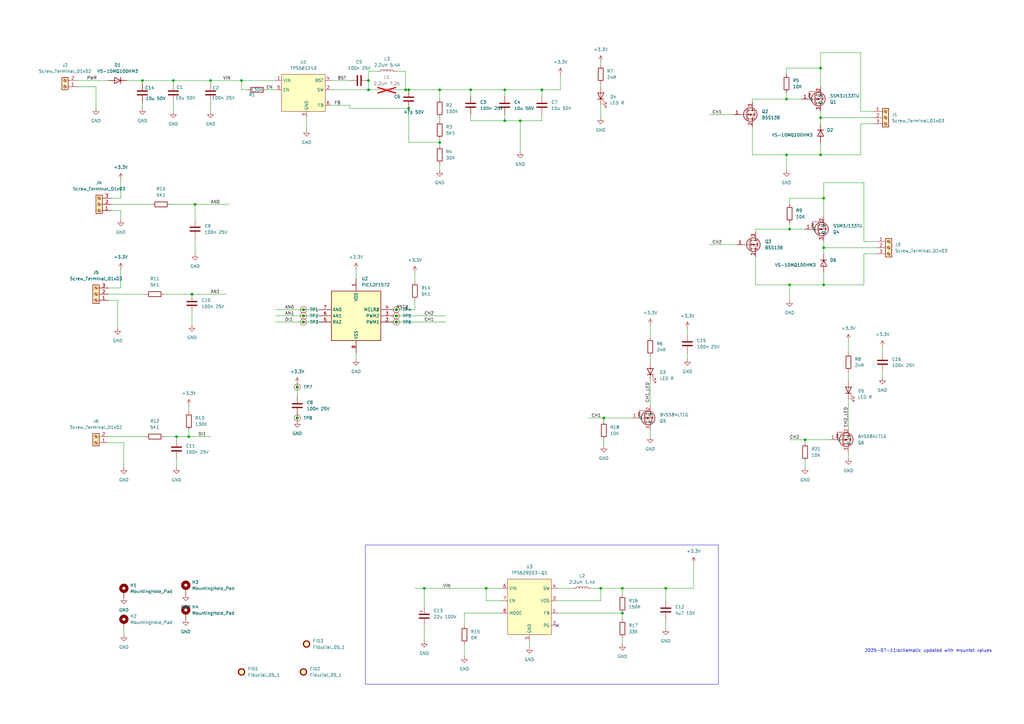
<source format=kicad_sch>
(kicad_sch (version 20231120) (generator "eeschema") (generator_version "8.0")
  (paper "A3")
  (junction (at 124.46 129.54))
  (junction (at 124.46 132.08))
  (junction (at 173.99 241.3))
  (junction (at 322.58 40.64))
  (junction (at 207.01 49.53))
  (junction (at 78.74 120.65))
  (junction (at 80.01 83.82))
  (junction (at 336.55 63.5))
  (junction (at 121.92 158.75))
  (junction (at 99.06 33.02))
  (junction (at 336.55 27.94))
  (junction (at 58.42 33.02))
  (junction (at 72.39 179.07))
  (junction (at 180.34 58.42))
  (junction (at 213.36 49.53))
  (junction (at 273.05 241.3))
  (junction (at 337.82 81.28))
  (junction (at 323.85 116.84))
  (junction (at 71.12 33.02))
  (junction (at 337.82 101.6))
  (junction (at 167.64 44.45))
  (junction (at 77.47 179.07))
  (junction (at 151.13 36.83))
  (junction (at 322.58 63.5))
  (junction (at 199.39 241.3))
  (junction (at 255.27 251.46))
  (junction (at 151.13 33.02))
  (junction (at 180.34 36.83))
  (junction (at 207.01 36.83))
  (junction (at 246.38 241.3))
  (junction (at 124.46 127))
  (junction (at 247.65 171.45))
  (junction (at 121.92 171.45))
  (junction (at 222.25 36.83))
  (junction (at 323.85 93.98))
  (junction (at 167.64 36.83))
  (junction (at 162.56 129.54))
  (junction (at 336.55 48.26))
  (junction (at 255.27 241.3))
  (junction (at 86.36 33.02))
  (junction (at 162.56 127))
  (junction (at 337.82 116.84))
  (junction (at 193.04 36.83))
  (junction (at 166.37 36.83))
  (junction (at 162.56 132.08))
  (junction (at 330.2 180.34))
  (no_connect (at 228.6 256.54))
  (wire (pts (xy 67.31 120.65) (xy 78.74 120.65)))
  (wire (pts (xy 337.82 74.93) (xy 354.33 74.93)))
  (wire (pts (xy 228.6 241.3) (xy 234.95 241.3)))
  (wire (pts (xy 161.29 127) (xy 162.56 127)))
  (wire (pts (xy 213.36 49.53) (xy 222.25 49.53)))
  (wire (pts (xy 281.94 144.78) (xy 281.94 147.32)))
  (wire (pts (xy 242.57 241.3) (xy 246.38 241.3)))
  (wire (pts (xy 359.41 99.06) (xy 354.33 99.06)))
  (wire (pts (xy 80.01 97.79) (xy 80.01 104.14)))
  (wire (pts (xy 222.25 46.99) (xy 222.25 49.53)))
  (wire (pts (xy 358.14 50.8) (xy 353.06 50.8)))
  (wire (pts (xy 151.13 29.21) (xy 154.94 29.21)))
  (wire (pts (xy 205.74 251.46) (xy 190.5 251.46)))
  (wire (pts (xy 180.34 58.42) (xy 180.34 59.69)))
  (wire (pts (xy 322.58 27.94) (xy 322.58 30.48)))
  (wire (pts (xy 266.7 146.05) (xy 266.7 148.59)))
  (wire (pts (xy 247.65 180.34) (xy 247.65 182.88)))
  (wire (pts (xy 77.47 166.37) (xy 77.47 168.91)))
  (wire (pts (xy 77.47 179.07) (xy 77.47 176.53)))
  (wire (pts (xy 170.18 123.19) (xy 170.18 127)))
  (wire (pts (xy 124.46 129.54) (xy 130.81 129.54)))
  (wire (pts (xy 336.55 48.26) (xy 336.55 50.8)))
  (wire (pts (xy 180.34 48.26) (xy 180.34 49.53)))
  (wire (pts (xy 49.53 110.49) (xy 49.53 118.11)))
  (wire (pts (xy 336.55 63.5) (xy 353.06 63.5)))
  (wire (pts (xy 190.5 251.46) (xy 190.5 256.54)))
  (wire (pts (xy 31.75 35.56) (xy 39.37 35.56)))
  (wire (pts (xy 193.04 49.53) (xy 207.01 49.53)))
  (wire (pts (xy 205.74 246.38) (xy 199.39 246.38)))
  (wire (pts (xy 199.39 241.3) (xy 205.74 241.3)))
  (wire (pts (xy 143.51 44.45) (xy 167.64 44.45)))
  (wire (pts (xy 246.38 43.18) (xy 246.38 48.26)))
  (wire (pts (xy 337.82 81.28) (xy 323.85 81.28)))
  (wire (pts (xy 246.38 25.4) (xy 246.38 26.67)))
  (wire (pts (xy 50.8 257.81) (xy 50.8 260.35)))
  (wire (pts (xy 125.73 48.26) (xy 125.73 53.34)))
  (wire (pts (xy 347.98 152.4) (xy 347.98 156.21)))
  (wire (pts (xy 71.12 33.02) (xy 71.12 34.29)))
  (wire (pts (xy 173.99 241.3) (xy 173.99 248.92)))
  (wire (pts (xy 86.36 33.02) (xy 99.06 33.02)))
  (wire (pts (xy 146.05 144.78) (xy 146.05 147.32)))
  (wire (pts (xy 170.18 241.3) (xy 173.99 241.3)))
  (wire (pts (xy 323.85 93.98) (xy 309.88 93.98)))
  (wire (pts (xy 71.12 33.02) (xy 86.36 33.02)))
  (wire (pts (xy 228.6 246.38) (xy 246.38 246.38)))
  (wire (pts (xy 45.72 83.82) (xy 62.23 83.82)))
  (wire (pts (xy 336.55 45.72) (xy 336.55 48.26)))
  (wire (pts (xy 323.85 116.84) (xy 337.82 116.84)))
  (wire (pts (xy 266.7 156.21) (xy 266.7 166.37)))
  (wire (pts (xy 290.83 100.33) (xy 302.26 100.33)))
  (wire (pts (xy 44.45 181.61) (xy 50.8 181.61)))
  (wire (pts (xy 44.45 120.65) (xy 59.69 120.65)))
  (wire (pts (xy 336.55 27.94) (xy 336.55 35.56)))
  (wire (pts (xy 222.25 36.83) (xy 229.87 36.83)))
  (wire (pts (xy 39.37 35.56) (xy 39.37 44.45)))
  (wire (pts (xy 354.33 99.06) (xy 354.33 74.93)))
  (wire (pts (xy 337.82 99.06) (xy 337.82 101.6)))
  (wire (pts (xy 229.87 30.48) (xy 229.87 36.83)))
  (wire (pts (xy 213.36 49.53) (xy 213.36 62.23)))
  (wire (pts (xy 52.07 33.02) (xy 58.42 33.02)))
  (wire (pts (xy 124.46 132.08) (xy 130.81 132.08)))
  (wire (pts (xy 247.65 171.45) (xy 247.65 172.72)))
  (wire (pts (xy 45.72 86.36) (xy 49.53 86.36)))
  (wire (pts (xy 77.47 179.07) (xy 86.36 179.07)))
  (wire (pts (xy 161.29 132.08) (xy 162.56 132.08)))
  (wire (pts (xy 361.95 142.24) (xy 361.95 144.78)))
  (wire (pts (xy 44.45 118.11) (xy 49.53 118.11)))
  (wire (pts (xy 162.56 36.83) (xy 166.37 36.83)))
  (wire (pts (xy 207.01 39.37) (xy 207.01 36.83)))
  (wire (pts (xy 173.99 241.3) (xy 199.39 241.3)))
  (wire (pts (xy 166.37 29.21) (xy 166.37 36.83)))
  (wire (pts (xy 207.01 49.53) (xy 213.36 49.53)))
  (wire (pts (xy 228.6 251.46) (xy 255.27 251.46)))
  (wire (pts (xy 72.39 187.96) (xy 72.39 191.77)))
  (wire (pts (xy 273.05 254) (xy 273.05 257.81)))
  (wire (pts (xy 135.89 33.02) (xy 143.51 33.02)))
  (wire (pts (xy 322.58 40.64) (xy 328.93 40.64)))
  (wire (pts (xy 309.88 116.84) (xy 323.85 116.84)))
  (wire (pts (xy 336.55 48.26) (xy 358.14 48.26)))
  (wire (pts (xy 359.41 104.14) (xy 354.33 104.14)))
  (wire (pts (xy 309.88 105.41) (xy 309.88 116.84)))
  (wire (pts (xy 193.04 36.83) (xy 207.01 36.83)))
  (wire (pts (xy 255.27 251.46) (xy 255.27 254)))
  (wire (pts (xy 323.85 180.34) (xy 330.2 180.34)))
  (wire (pts (xy 193.04 46.99) (xy 193.04 49.53)))
  (wire (pts (xy 358.14 45.72) (xy 353.06 45.72)))
  (wire (pts (xy 323.85 93.98) (xy 330.2 93.98)))
  (wire (pts (xy 135.89 43.18) (xy 143.51 43.18)))
  (wire (pts (xy 161.29 129.54) (xy 162.56 129.54)))
  (wire (pts (xy 330.2 189.23) (xy 330.2 191.77)))
  (wire (pts (xy 266.7 133.35) (xy 266.7 138.43)))
  (wire (pts (xy 309.88 93.98) (xy 309.88 95.25)))
  (wire (pts (xy 162.56 132.08) (xy 182.88 132.08)))
  (wire (pts (xy 322.58 38.1) (xy 322.58 40.64)))
  (wire (pts (xy 167.64 58.42) (xy 180.34 58.42)))
  (wire (pts (xy 180.34 36.83) (xy 180.34 40.64)))
  (wire (pts (xy 151.13 33.02) (xy 151.13 36.83)))
  (wire (pts (xy 48.26 123.19) (xy 48.26 134.62)))
  (wire (pts (xy 246.38 246.38) (xy 246.38 241.3)))
  (wire (pts (xy 347.98 163.83) (xy 347.98 175.26)))
  (wire (pts (xy 354.33 104.14) (xy 354.33 116.84)))
  (wire (pts (xy 58.42 33.02) (xy 58.42 34.29)))
  (wire (pts (xy 86.36 41.91) (xy 86.36 45.72)))
  (wire (pts (xy 166.37 36.83) (xy 167.64 36.83)))
  (wire (pts (xy 290.83 46.99) (xy 300.99 46.99)))
  (wire (pts (xy 151.13 36.83) (xy 154.94 36.83)))
  (wire (pts (xy 347.98 139.7) (xy 347.98 144.78)))
  (wire (pts (xy 44.45 179.07) (xy 59.69 179.07)))
  (wire (pts (xy 337.82 74.93) (xy 337.82 81.28)))
  (wire (pts (xy 281.94 134.62) (xy 281.94 137.16)))
  (wire (pts (xy 113.03 36.83) (xy 109.22 36.83)))
  (wire (pts (xy 308.61 40.64) (xy 308.61 41.91)))
  (wire (pts (xy 222.25 36.83) (xy 222.25 39.37)))
  (wire (pts (xy 241.3 171.45) (xy 247.65 171.45)))
  (wire (pts (xy 330.2 180.34) (xy 330.2 181.61)))
  (wire (pts (xy 99.06 33.02) (xy 99.06 36.83)))
  (wire (pts (xy 167.64 44.45) (xy 167.64 58.42)))
  (wire (pts (xy 255.27 241.3) (xy 273.05 241.3)))
  (wire (pts (xy 101.6 36.83) (xy 99.06 36.83)))
  (wire (pts (xy 69.85 83.82) (xy 80.01 83.82)))
  (wire (pts (xy 337.82 101.6) (xy 337.82 104.14)))
  (wire (pts (xy 121.92 171.45) (xy 121.92 172.72)))
  (wire (pts (xy 167.64 36.83) (xy 180.34 36.83)))
  (wire (pts (xy 121.92 157.48) (xy 121.92 158.75)))
  (wire (pts (xy 121.92 158.75) (xy 121.92 162.56)))
  (wire (pts (xy 124.46 127) (xy 130.81 127)))
  (wire (pts (xy 180.34 67.31) (xy 180.34 69.85)))
  (wire (pts (xy 121.92 170.18) (xy 121.92 171.45)))
  (wire (pts (xy 337.82 111.76) (xy 337.82 116.84)))
  (wire (pts (xy 353.06 45.72) (xy 353.06 21.59)))
  (wire (pts (xy 207.01 36.83) (xy 222.25 36.83)))
  (wire (pts (xy 246.38 241.3) (xy 255.27 241.3)))
  (wire (pts (xy 80.01 83.82) (xy 93.98 83.82)))
  (wire (pts (xy 255.27 241.3) (xy 255.27 243.84)))
  (wire (pts (xy 337.82 116.84) (xy 354.33 116.84)))
  (wire (pts (xy 323.85 116.84) (xy 323.85 123.19)))
  (wire (pts (xy 44.45 123.19) (xy 48.26 123.19)))
  (wire (pts (xy 67.31 179.07) (xy 72.39 179.07)))
  (wire (pts (xy 49.53 86.36) (xy 49.53 90.17)))
  (wire (pts (xy 113.03 127) (xy 124.46 127)))
  (wire (pts (xy 180.34 57.15) (xy 180.34 58.42)))
  (wire (pts (xy 336.55 27.94) (xy 322.58 27.94)))
  (wire (pts (xy 322.58 40.64) (xy 308.61 40.64)))
  (wire (pts (xy 217.17 262.89) (xy 217.17 265.43)))
  (wire (pts (xy 162.56 29.21) (xy 166.37 29.21)))
  (wire (pts (xy 337.82 101.6) (xy 359.41 101.6)))
  (wire (pts (xy 273.05 241.3) (xy 273.05 246.38)))
  (wire (pts (xy 173.99 256.54) (xy 173.99 262.89)))
  (wire (pts (xy 207.01 46.99) (xy 207.01 49.53)))
  (wire (pts (xy 135.89 36.83) (xy 151.13 36.83)))
  (wire (pts (xy 50.8 181.61) (xy 50.8 191.77)))
  (wire (pts (xy 170.18 115.57) (xy 170.18 111.76)))
  (wire (pts (xy 255.27 261.62) (xy 255.27 264.16)))
  (wire (pts (xy 151.13 33.02) (xy 151.13 29.21)))
  (wire (pts (xy 308.61 63.5) (xy 322.58 63.5)))
  (wire (pts (xy 146.05 110.49) (xy 146.05 114.3)))
  (wire (pts (xy 31.75 33.02) (xy 44.45 33.02)))
  (wire (pts (xy 78.74 128.27) (xy 78.74 133.35)))
  (wire (pts (xy 337.82 81.28) (xy 337.82 88.9)))
  (wire (pts (xy 347.98 185.42) (xy 347.98 187.96)))
  (wire (pts (xy 322.58 63.5) (xy 322.58 69.85)))
  (wire (pts (xy 162.56 129.54) (xy 182.88 129.54)))
  (wire (pts (xy 71.12 41.91) (xy 71.12 45.72)))
  (wire (pts (xy 322.58 63.5) (xy 336.55 63.5)))
  (wire (pts (xy 86.36 33.02) (xy 86.36 34.29)))
  (wire (pts (xy 180.34 36.83) (xy 193.04 36.83)))
  (wire (pts (xy 308.61 52.07) (xy 308.61 63.5)))
  (wire (pts (xy 58.42 41.91) (xy 58.42 44.45)))
  (wire (pts (xy 80.01 83.82) (xy 80.01 90.17)))
  (wire (pts (xy 266.7 176.53) (xy 266.7 179.07)))
  (wire (pts (xy 72.39 179.07) (xy 72.39 180.34)))
  (wire (pts (xy 273.05 241.3) (xy 284.48 241.3)))
  (wire (pts (xy 330.2 180.34) (xy 340.36 180.34)))
  (wire (pts (xy 190.5 264.16) (xy 190.5 269.24)))
  (wire (pts (xy 72.39 179.07) (xy 77.47 179.07)))
  (wire (pts (xy 361.95 152.4) (xy 361.95 154.94)))
  (wire (pts (xy 99.06 33.02) (xy 113.03 33.02)))
  (wire (pts (xy 247.65 171.45) (xy 259.08 171.45)))
  (wire (pts (xy 336.55 21.59) (xy 336.55 27.94)))
  (wire (pts (xy 336.55 21.59) (xy 353.06 21.59)))
  (wire (pts (xy 58.42 33.02) (xy 71.12 33.02)))
  (wire (pts (xy 353.06 50.8) (xy 353.06 63.5)))
  (wire (pts (xy 78.74 120.65) (xy 92.71 120.65)))
  (wire (pts (xy 246.38 34.29) (xy 246.38 35.56)))
  (wire (pts (xy 284.48 231.14) (xy 284.48 241.3)))
  (wire (pts (xy 45.72 81.28) (xy 49.53 81.28)))
  (wire (pts (xy 143.51 43.18) (xy 143.51 44.45)))
  (wire (pts (xy 49.53 73.66) (xy 49.53 81.28)))
  (wire (pts (xy 113.03 129.54) (xy 124.46 129.54)))
  (wire (pts (xy 199.39 241.3) (xy 199.39 246.38)))
  (wire (pts (xy 193.04 36.83) (xy 193.04 39.37)))
  (wire (pts (xy 113.03 132.08) (xy 124.46 132.08)))
  (wire (pts (xy 323.85 81.28) (xy 323.85 83.82)))
  (wire (pts (xy 162.56 127) (xy 170.18 127)))
  (wire (pts (xy 336.55 58.42) (xy 336.55 63.5)))
  (wire (pts (xy 323.85 91.44) (xy 323.85 93.98)))
  (rectangle (start 149.86 223.52) (end 294.64 280.67))
  (text "2025-07-11:schamatic updated with mountet values" (at 380.746 266.954 0) (effects (font (size 1.27 1.27))))
  (label "CH2_LED" (at 347.98 175.26 90))
  (label "AN0" (at 86.36 83.82 0))
  (label "PWR" (at 35.56 33.02 0))
  (label "CH2" (at 292.1 100.33 0))
  (label "AN1" (at 116.84 129.54 0))
  (label "CH1" (at 173.99 132.08 0))
  (label "FB" (at 137.16 43.18 0))
  (label "CH2" (at 323.85 180.34 0))
  (label "EN" (at 109.22 36.83 0))
  (label "CH2" (at 173.99 129.54 0))
  (label "CH1" (at 292.1 46.99 0))
  (label "BST" (at 138.43 33.02 0))
  (label "DI1" (at 81.28 179.07 0))
  (label "VIN" (at 181.61 241.3 0))
  (label "CH1_LED" (at 266.7 165.1 90))
  (label "AN0" (at 116.84 127 0))
  (label "DI1" (at 116.84 132.08 0))
  (label "VIN" (at 91.44 33.02 0))
  (label "CH1" (at 242.57 171.45 0))
  (label "AN1" (at 86.36 120.65 0))
  (label "RST#" (at 162.56 127 0))
  (symbol (lib_id "bt_diodes:VS-10MQ100HM3") (at 337.82 107.95 270) (unit 1)
    (property "Reference" "D6" (at 340.36 106.6799 90) (effects (justify left)))
    (property "Value" "VS-10MQ100HM3" (at 317.754 108.712 90) (effects (justify left)))
    (property "Footprint" "Diode_SMD:D_SMA" (effects (hide yes)))
    (property "Datasheet" "https://www.vishay.com/docs/94836/vs-10mq100hm3.pdf" (effects (hide yes)))
    (property "Description" "100V 1A standard switching diode, SMA" (effects (hide yes)))
    (property "Sim.Device" "D" (effects (hide yes)))
    (property "Sim.Pins" "1=K 2=A" (effects (hide yes)))
    (property "MPN" "VS-10MQ100HM3/5AT" (effects (hide yes)))
    (property "CPN" "BT00027-00001" (effects (hide yes)))
    (property "SMD" "y" (effects (hide yes)))
  )
  (symbol (lib_id "power:GND") (at 78.74 133.35 0) (unit 1)
    (property "Reference" "#PWR024" (effects (hide yes)))
    (property "Value" "GND" (at 78.74 138.43 0))
    (property "Description" "Power symbol creates a global label with name \"GND\" , ground" (effects (hide yes)))
  )
  (symbol (lib_id "bt_capacitor:C;E;22u;10p;100V;S;8x10.5") (at 173.99 252.73 0) (unit 1) (in_bom no) (on_board no)
    (property "Reference" "C13" (at 177.8 250.4411 0) (effects (justify left)))
    (property "Value" "22u 100V" (at 177.8 252.9811 0) (effects (justify left)))
    (property "Footprint" "Capacitor_SMD:CP_Elec_8x10.5" (effects (hide yes)))
    (property "Description" "Capacitor" (effects (hide yes)))
    (property "MPN" "WE 865060853003" (effects (hide yes)))
    (property "CPN" "BT00019-060220" (effects (hide yes)))
  )
  (symbol (lib_id "power:GND") (at 146.05 147.32 0) (unit 1)
    (property "Reference" "#PWR017" (effects (hide yes)))
    (property "Value" "GND" (at 146.05 152.4 0))
    (property "Description" "Power symbol creates a global label with name \"GND\" , ground" (effects (hide yes)))
  )
  (symbol (lib_id "bt_resistors:R;G;150K;10P0;S;0603") (at 255.27 247.65 0) (unit 1) (in_bom no) (on_board no)
    (property "Reference" "R16" (at 257.81 246.3799 0) (effects (justify left)))
    (property "Value" "150K" (at 257.81 248.9199 0) (effects (justify left)))
    (property "Footprint" "Resistor_SMD:R_0603_1608Metric" (effects (hide yes)))
    (property "Description" "Resistor" (effects (hide yes)))
    (property "MPN" "R;G;T1;S;P0603;NA" (effects (hide yes)))
    (property "CPN" "BT00002-31500" (effects (hide yes)))
  )
  (symbol (lib_id "bt_capacitor:C;M;4u7;10p;10V;S;0603") (at 273.05 250.19 0) (unit 1) (on_board no)
    (property "Reference" "C12" (at 276.86 248.9199 0) (effects (justify left)))
    (property "Value" "4u7 10V" (at 276.86 251.4599 0) (effects (justify left)))
    (property "Footprint" "Capacitor_SMD:C_0603_1608Metric" (effects (hide yes)))
    (property "Description" "Capacitor" (effects (hide yes)))
    (property "MPN" "C;C;T1;S;P0603;NA" (effects (hide yes)))
    (property "CPN" "BT00010-060047" (effects (hide yes)))
  )
  (symbol (lib_id "power:GND") (at 247.65 182.88 0) (unit 1)
    (property "Reference" "#PWR039" (effects (hide yes)))
    (property "Value" "GND" (at 247.65 187.96 0))
    (property "Description" "Power symbol creates a global label with name \"GND\" , ground" (effects (hide yes)))
  )
  (symbol (lib_id "bt_capacitor:C;M;100n;10p;25V;S;0603") (at 281.94 140.97 180) (unit 1)
    (property "Reference" "C15" (at 285.75 139.6999 0) (effects (justify right)))
    (property "Value" "100n 25V" (at 285.75 142.2399 0) (effects (justify right)))
    (property "Footprint" "Capacitor_SMD:C_0603_1608Metric" (effects (hide yes)))
    (property "Description" "Capacitor" (effects (hide yes)))
    (property "MPN" "C;M;100n;10p;25V;S;0603" (effects (hide yes)))
    (property "CPN" "BT00008-091000" (effects (hide yes)))
  )
  (symbol (lib_id "power:GND") (at 273.05 257.81 0) (unit 1) (in_bom no) (on_board no)
    (property "Reference" "#PWR036" (effects (hide yes)))
    (property "Value" "GND" (at 273.05 262.89 0))
    (property "Description" "Power symbol creates a global label with name \"GND\" , ground" (effects (hide yes)))
  )
  (symbol (lib_id "bt_capacitor:C;M;100n;10p;25V;S;0603") (at 72.39 184.15 180) (unit 1)
    (property "Reference" "C11" (at 76.2 182.8799 0) (effects (justify right)))
    (property "Value" "100n 25V" (at 76.2 185.4199 0) (effects (justify right)))
    (property "Footprint" "Capacitor_SMD:C_0603_1608Metric" (effects (hide yes)))
    (property "Description" "Capacitor" (effects (hide yes)))
    (property "MPN" "C;M;100n;10p;25V;S;0603" (effects (hide yes)))
    (property "CPN" "BT00008-091000" (effects (hide yes)))
  )
  (symbol (lib_id "bt_power:TPS561243DRLR") (at 115.57 30.48 0) (unit 1)
    (property "Reference" "U1" (at 124.46 25.4 0))
    (property "Value" "TPS561243" (at 124.46 27.94 0))
    (property "Footprint" "Package_TO_SOT_SMD:SOT-563" (effects (hide yes)))
    (property "Datasheet" "https://www.ti.com/lit/ds/symlink/tps561243.pdf?ts=1749453209203" (effects (hide yes)))
    (property "Description" "4.2V to 17V Input, 1A, Synchronous Buck Converter" (effects (hide yes)))
    (property "CPN" "BT03010-00001" (effects (hide yes)))
    (property "MPN" "TPS561243DRLR" (effects (hide yes)))
    (property "SMD" "y" (effects (hide yes)))
  )
  (symbol (lib_id "bt_misc:TestPoint_THD") (at 124.46 129.54 0) (unit 1)
    (property "Reference" "TP2" (at 127 129.5399 0) (effects (justify left)))
    (property "Value" "TestPoint" (effects (hide yes)))
    (property "Footprint" "TestPoint:TestPoint_THTPad_D1.0mm_Drill0.5mm" (effects (hide yes)))
    (property "Description" "test point" (effects (hide yes)))
  )
  (symbol (lib_id "bt_resistors:R;G;10K;10P0;S;0603") (at 323.85 87.63 0) (unit 1)
    (property "Reference" "R9" (at 326.39 86.3599 0) (effects (justify left)))
    (property "Value" "10K" (at 326.39 88.8999 0) (effects (justify left)))
    (property "Footprint" "Resistor_SMD:R_0603_1608Metric" (effects (hide yes)))
    (property "Description" "Resistor" (effects (hide yes)))
    (property "MPN" "R;G;10K;10P0;S;0603" (effects (hide yes)))
    (property "CPN" "BT00002-30100" (effects (hide yes)))
  )
  (symbol (lib_id "bt_opto:D;LED;R;2V;25mA") (at 246.38 39.37 90) (unit 1)
    (property "Reference" "D4" (at 250.19 39.6874 90) (effects (justify right)))
    (property "Value" "LED R" (at 250.19 42.2274 90) (effects (justify right)))
    (property "Footprint" "LED_SMD:LED_0603_1608Metric" (effects (hide yes)))
    (property "Description" "Light emitting diode" (effects (hide yes)))
    (property "CPN" "BT13001-00001" (effects (hide yes)))
    (property "MPN" "D;LED;R;3V;25mA" (effects (hide yes)))
    (property "SMT" "y" (effects (hide yes)))
  )
  (symbol (lib_id "power:GND") (at 255.27 264.16 0) (unit 1) (in_bom no) (on_board no)
    (property "Reference" "#PWR035" (effects (hide yes)))
    (property "Value" "GND" (at 255.27 269.24 0))
    (property "Description" "Power symbol creates a global label with name \"GND\" , ground" (effects (hide yes)))
  )
  (symbol (lib_id "power:GND") (at 50.8 245.11 0) (unit 1)
    (property "Reference" "#PWR028" (effects (hide yes)))
    (property "Value" "GND" (at 50.8 250.19 0))
    (property "Description" "Power symbol creates a global label with name \"GND\" , ground" (effects (hide yes)))
  )
  (symbol (lib_id "bt_resistors:R;G;33K;10P0;S;0603") (at 255.27 257.81 0) (unit 1) (in_bom no) (on_board no)
    (property "Reference" "R17" (at 257.81 256.5399 0) (effects (justify left)))
    (property "Value" "33K" (at 257.81 259.0799 0) (effects (justify left)))
    (property "Footprint" "Resistor_SMD:R_0603_1608Metric" (effects (hide yes)))
    (property "Description" "Resistor" (effects (hide yes)))
    (property "MPN" "R;G;T1;S;P0603;NA" (effects (hide yes)))
    (property "CPN" "BT00002-30330" (effects (hide yes)))
  )
  (symbol (lib_id "Mechanical:MountingHole_Pad") (at 50.8 255.27 0) (unit 1) (exclude_from_sim yes) (in_bom no)
    (property "Reference" "H2" (at 53.34 252.7299 0) (effects (justify left)))
    (property "Value" "MountingHole_Pad" (at 53.34 255.2699 0) (effects (justify left)))
    (property "Footprint" "MountingHole:MountingHole_2.2mm_M2_DIN965_Pad_TopBottom" (effects (hide yes)))
    (property "Description" "Mounting Hole with connection" (effects (hide yes)))
  )
  (symbol (lib_id "power:GND") (at 50.8 191.77 0) (unit 1)
    (property "Reference" "#PWR020" (effects (hide yes)))
    (property "Value" "GND" (at 50.8 196.85 0))
    (property "Description" "Power symbol creates a global label with name \"GND\" , ground" (effects (hide yes)))
  )
  (symbol (lib_id "bt_diodes:VS-10MQ100HM3") (at 48.26 33.02 180) (unit 1)
    (property "Reference" "D1" (at 48.26 26.67 0))
    (property "Value" "VS-10MQ100HM3" (at 48.26 29.21 0))
    (property "Footprint" "Diode_SMD:D_SMA" (effects (hide yes)))
    (property "Datasheet" "https://www.vishay.com/docs/94836/vs-10mq100hm3.pdf" (effects (hide yes)))
    (property "Description" "100V 1A standard switching diode, SMA" (effects (hide yes)))
    (property "Sim.Device" "D" (effects (hide yes)))
    (property "Sim.Pins" "1=K 2=A" (effects (hide yes)))
    (property "MPN" "VS-10MQ100HM3/5AT" (effects (hide yes)))
    (property "CPN" "BT00027-00001" (effects (hide yes)))
    (property "SMD" "y" (effects (hide yes)))
  )
  (symbol (lib_id "bt_capacitor:C;M;100n;10p;25V;S;0603") (at 147.32 33.02 90) (unit 1)
    (property "Reference" "C5" (at 147.32 25.4 90))
    (property "Value" "100n 25V" (at 147.32 27.94 90))
    (property "Footprint" "Capacitor_SMD:C_0603_1608Metric" (effects (hide yes)))
    (property "Description" "Capacitor" (effects (hide yes)))
    (property "MPN" "C;M;100n;10p;25V;S;0603" (effects (hide yes)))
    (property "CPN" "BT00008-091000" (effects (hide yes)))
  )
  (symbol (lib_id "power:GND") (at 361.95 154.94 0) (unit 1)
    (property "Reference" "#PWR046" (effects (hide yes)))
    (property "Value" "GND" (at 361.95 160.02 0))
    (property "Description" "Power symbol creates a global label with name \"GND\" , ground" (effects (hide yes)))
  )
  (symbol (lib_id "bt_transistor:T;Mn;BSS138;SOT23") (at 307.34 100.33 0) (unit 1)
    (property "Reference" "Q3" (at 313.69 99.0599 0) (effects (justify left)))
    (property "Value" "BSS138" (at 313.69 101.5999 0) (effects (justify left)))
    (property "Footprint" "Package_TO_SOT_SMD:SOT-23" (effects (hide yes)))
    (property "Datasheet" "https://www.onsemi.com/pub/Collateral/BSS138-D.PDF" (effects (hide yes)))
    (property "Description" "50V Vds, 0.22A Id, N-Channel MOSFET, SOT-23" (effects (hide yes)))
    (property "CPN" "BT060001-0001" (effects (hide yes)))
    (property "MPN" "BSS138" (effects (hide yes)))
    (property "SMD" "y" (effects (hide yes)))
  )
  (symbol (lib_id "power:GND") (at 76.2 254 0) (unit 1)
    (property "Reference" "#PWR030" (effects (hide yes)))
    (property "Value" "GND" (at 76.2 259.08 0))
    (property "Description" "Power symbol creates a global label with name \"GND\" , ground" (effects (hide yes)))
  )
  (symbol (lib_id "power:GND") (at 49.53 90.17 0) (unit 1)
    (property "Reference" "#PWR026" (effects (hide yes)))
    (property "Value" "GND" (at 49.53 95.25 0))
    (property "Description" "Power symbol creates a global label with name \"GND\" , ground" (effects (hide yes)))
  )
  (symbol (lib_id "power:GND") (at 48.26 134.62 0) (unit 1)
    (property "Reference" "#PWR025" (effects (hide yes)))
    (property "Value" "GND" (at 48.26 139.7 0))
    (property "Description" "Power symbol creates a global label with name \"GND\" , ground" (effects (hide yes)))
  )
  (symbol (lib_id "power:GND") (at 217.17 265.43 0) (unit 1) (in_bom no) (on_board no)
    (property "Reference" "#PWR034" (effects (hide yes)))
    (property "Value" "GND" (at 217.17 270.51 0))
    (property "Description" "Power symbol creates a global label with name \"GND\" , ground" (effects (hide yes)))
  )
  (symbol (lib_id "power:GND") (at 50.8 260.35 0) (unit 1)
    (property "Reference" "#PWR029" (effects (hide yes)))
    (property "Value" "GND" (at 50.8 265.43 0))
    (property "Description" "Power symbol creates a global label with name \"GND\" , ground" (effects (hide yes)))
  )
  (symbol (lib_id "power:GND") (at 180.34 69.85 0) (unit 1)
    (property "Reference" "#PWR03" (effects (hide yes)))
    (property "Value" "GND" (at 180.34 74.93 0))
    (property "Description" "Power symbol creates a global label with name \"GND\" , ground" (effects (hide yes)))
  )
  (symbol (lib_id "bt_misc:Fiducial_0.5mm_Mask1mm") (at 124.46 275.59 0) (unit 1) (exclude_from_sim yes) (in_bom no)
    (property "Reference" "FID2" (at 127 274.3199 0) (effects (justify left)))
    (property "Value" "Fiducial_05_1" (at 127 276.8599 0) (effects (justify left)))
    (property "Footprint" "Fiducial:Fiducial_0.5mm_Mask1mm" (effects (hide yes)))
    (property "Description" "Fiducial Marker" (effects (hide yes)))
  )
  (symbol (lib_id "bt_capacitor:C;M;100n;10p;25V;S;0603") (at 86.36 38.1 180) (unit 1)
    (property "Reference" "C2" (at 87.122 36.068 0) (effects (justify right)))
    (property "Value" "100n 25V" (at 86.868 40.132 0) (effects (justify right)))
    (property "Footprint" "Capacitor_SMD:C_0603_1608Metric" (effects (hide yes)))
    (property "Description" "Capacitor" (effects (hide yes)))
    (property "MPN" "C;M;100n;10p;25V;S;0603" (effects (hide yes)))
    (property "CPN" "BT00008-091000" (effects (hide yes)))
  )
  (symbol (lib_id "bt_capacitor:C;M;100n;10p;25V;S;0603") (at 80.01 93.98 180) (unit 1)
    (property "Reference" "C9" (at 83.82 92.7099 0) (effects (justify right)))
    (property "Value" "100n 25V" (at 83.82 95.2499 0) (effects (justify right)))
    (property "Footprint" "Capacitor_SMD:C_0603_1608Metric" (effects (hide yes)))
    (property "Description" "Capacitor" (effects (hide yes)))
    (property "MPN" "C;M;100n;10p;25V;S;0603" (effects (hide yes)))
    (property "CPN" "BT00008-091000" (effects (hide yes)))
  )
  (symbol (lib_id "power:+3.3V") (at 49.53 110.49 0) (unit 1)
    (property "Reference" "#PWR021" (effects (hide yes)))
    (property "Value" "+3.3V" (at 49.53 105.41 0))
    (property "Description" "Power symbol creates a global label with name \"+3.3V\"" (effects (hide yes)))
  )
  (symbol (lib_id "Connector:Screw_Terminal_01x03") (at 40.64 83.82 180) (unit 1)
    (property "Reference" "J4" (at 40.64 74.93 0))
    (property "Value" "Screw_Terminal_01x03" (at 40.64 77.47 0))
    (property "Footprint" "Connector_PinHeader_2.54mm:PinHeader_1x03_P2.54mm_Vertical" (effects (hide yes)))
    (property "Description" "Generic screw terminal, single row, 01x03, script generated (kicad-library-utils/schlib/autogen/connector/)" (effects (hide yes)))
  )
  (symbol (lib_id "Connector:Screw_Terminal_01x02") (at 39.37 181.61 180) (unit 1)
    (property "Reference" "J6" (at 39.37 172.72 0))
    (property "Value" "Screw_Terminal_01x02" (at 39.37 175.26 0))
    (property "Footprint" "Connector_PinHeader_2.54mm:PinHeader_1x02_P2.54mm_Vertical" (effects (hide yes)))
    (property "Description" "Generic screw terminal, single row, 01x02, script generated (kicad-library-utils/schlib/autogen/connector/)" (effects (hide yes)))
  )
  (symbol (lib_id "bt_misc:Fiducial_0.5mm_Mask1mm") (at 125.73 264.16 0) (unit 1) (exclude_from_sim yes) (in_bom no)
    (property "Reference" "FID3" (at 128.27 262.8899 0) (effects (justify left)))
    (property "Value" "Fiducial_05_1" (at 128.27 265.4299 0) (effects (justify left)))
    (property "Footprint" "Fiducial:Fiducial_0.5mm_Mask1mm" (effects (hide yes)))
    (property "Description" "Fiducial Marker" (effects (hide yes)))
  )
  (symbol (lib_id "Mechanical:MountingHole_Pad") (at 76.2 241.3 0) (unit 1) (exclude_from_sim yes) (in_bom no)
    (property "Reference" "H3" (at 78.74 238.7599 0) (effects (justify left)))
    (property "Value" "MountingHole_Pad" (at 78.74 241.2999 0) (effects (justify left)))
    (property "Footprint" "MountingHole:MountingHole_2.2mm_M2_DIN965_Pad_TopBottom" (effects (hide yes)))
    (property "Description" "Mounting Hole with connection" (effects (hide yes)))
  )
  (symbol (lib_id "bt_resistors:R;G;24R;10P0;S;0603") (at 246.38 30.48 0) (unit 1)
    (property "Reference" "R7" (at 248.92 29.2099 0) (effects (justify left)))
    (property "Value" "24R" (at 248.92 31.7499 0) (effects (justify left)))
    (property "Footprint" "Resistor_SMD:R_0603_1608Metric" (effects (hide yes)))
    (property "Description" "Resistor" (effects (hide yes)))
    (property "MPN" "R;G;T1;S;P0603;NA" (effects (hide yes)))
    (property "CPN" "BT00002-00240" (effects (hide yes)))
  )
  (symbol (lib_id "bt_resistors:R;G;10K;10P0;S;0603") (at 247.65 176.53 0) (unit 1)
    (property "Reference" "R18" (at 250.19 175.2599 0) (effects (justify left)))
    (property "Value" "10K" (at 250.19 177.7999 0) (effects (justify left)))
    (property "Footprint" "Resistor_SMD:R_0603_1608Metric" (effects (hide yes)))
    (property "Description" "Resistor" (effects (hide yes)))
    (property "MPN" "R;G;10K;10P0;S;0603" (effects (hide yes)))
    (property "CPN" "BT00002-30100" (effects (hide yes)))
  )
  (symbol (lib_id "power:+3.3V") (at 146.05 110.49 0) (unit 1)
    (property "Reference" "#PWR014" (effects (hide yes)))
    (property "Value" "+3.3V" (at 146.05 105.41 0))
    (property "Description" "Power symbol creates a global label with name \"+3.3V\"" (effects (hide yes)))
  )
  (symbol (lib_id "power:+3.3V") (at 121.92 157.48 0) (unit 1)
    (property "Reference" "#PWR015" (effects (hide yes)))
    (property "Value" "+3.3V" (at 121.92 152.4 0))
    (property "Description" "Power symbol creates a global label with name \"+3.3V\"" (effects (hide yes)))
  )
  (symbol (lib_id "bt_mcu:PIC12F1572") (at 135.89 119.38 0) (unit 1)
    (property "Reference" "U2" (at 148.2441 114.3 0) (effects (justify left)))
    (property "Value" "PIC12F1572" (at 148.2441 116.84 0) (effects (justify left)))
    (property "Footprint" "Package_SO:SOIC-8_3.9x4.9mm_P1.27mm" (effects (hide yes)))
    (property "Datasheet" "https://ww1.microchip.com/downloads/en/DeviceDoc/40001723D.pdf" (effects (hide yes)))
    (property "Description" "8 Bit Pic12 MCU" (effects (hide yes)))
    (property "CPN" "BT01007-00001" (effects (hide yes)))
    (property "MPN" "  PIC12F1572-I/SN" (effects (hide yes)))
    (property "SMD" "y" (effects (hide yes)))
    (pin "2" (alternate "PWM1"))
    (pin "7" (alternate "AN0"))
    (pin "6" (alternate "AN1"))
    (pin "3" (alternate "PWM2"))
    (pin "4" (alternate "MCLR#"))
  )
  (symbol (lib_id "bt_resistors:R;G;5K1;10P0;S;0603") (at 180.34 53.34 0) (unit 1)
    (property "Reference" "R3" (at 182.88 52.0699 0) (effects (justify left)))
    (property "Value" "5K1" (at 182.88 54.6099 0) (effects (justify left)))
    (property "Footprint" "Resistor_SMD:R_0603_1608Metric" (effects (hide yes)))
    (property "Description" "Resistor" (effects (hide yes)))
    (property "MPN" "R;G;5K1;S;P0603;NA" (effects (hide yes)))
    (property "CPN" "BT00002-30051" (effects (hide yes)))
  )
  (symbol (lib_id "bt_resistors:R;G;130K;10P0;S;0603") (at 77.47 172.72 0) (unit 1)
    (property "Reference" "R13" (at 80.01 171.4499 0) (effects (justify left)))
    (property "Value" "130K" (at 80.01 173.9899 0) (effects (justify left)))
    (property "Footprint" "Resistor_SMD:R_0603_1608Metric" (effects (hide yes)))
    (property "Description" "Resistor" (effects (hide yes)))
    (property "MPN" "R;G;T1;S;P0603;NA" (effects (hide yes)))
    (property "CPN" "BT00002-31300" (effects (hide yes)))
  )
  (symbol (lib_id "bt_transistor:T;Mp;BVSS84LT1G;SOT23-3") (at 347.98 180.34 0) (mirror x) (unit 1)
    (property "Reference" "Q6" (at 351.79 181.5466 0) (effects (justify left)))
    (property "Value" "BVSS84LT1G" (at 351.79 179.0066 0) (effects (justify left)))
    (property "Footprint" "Package_TO_SOT_SMD:SOT-23" (effects (hide yes)))
    (property "Datasheet" "https://www.onsemi.com/pdf/datasheet/bss84lt1-d.pdf" (effects (hide yes)))
    (property "Description" "T;Mp;BVSS84LT1G;SOT23-3" (effects (hide yes)))
    (property "CPN" "BT060005-00001" (effects (hide yes)))
    (property "MPN" "BVSS84LT1G" (effects (hide yes)))
    (property "SMD" "y" (effects (hide yes)))
  )
  (symbol (lib_id "bt_opto:D;LED;R;2V;25mA") (at 347.98 160.02 90) (unit 1)
    (property "Reference" "D5" (at 351.79 160.3374 90) (effects (justify right)))
    (property "Value" "LED R" (at 351.79 162.8774 90) (effects (justify right)))
    (property "Footprint" "LED_SMD:LED_0603_1608Metric" (effects (hide yes)))
    (property "Description" "Light emitting diode" (effects (hide yes)))
    (property "CPN" "BT13001-00001" (effects (hide yes)))
    (property "MPN" "D;LED;R;3V;25mA" (effects (hide yes)))
    (property "SMT" "y" (effects (hide yes)))
  )
  (symbol (lib_id "bt_resistors:R;G;10K;10P0;S;0603") (at 322.58 34.29 0) (unit 1)
    (property "Reference" "R5" (at 325.12 33.0199 0) (effects (justify left)))
    (property "Value" "10K" (at 325.12 35.5599 0) (effects (justify left)))
    (property "Footprint" "Resistor_SMD:R_0603_1608Metric" (effects (hide yes)))
    (property "Description" "Resistor" (effects (hide yes)))
    (property "MPN" "R;G;10K;10P0;S;0603" (effects (hide yes)))
    (property "CPN" "BT00002-30100" (effects (hide yes)))
  )
  (symbol (lib_id "power:GND") (at 213.36 62.23 0) (unit 1)
    (property "Reference" "#PWR02" (effects (hide yes)))
    (property "Value" "GND" (at 213.36 67.31 0))
    (property "Description" "Power symbol creates a global label with name \"GND\" , ground" (effects (hide yes)))
  )
  (symbol (lib_id "power:+3.3V") (at 347.98 139.7 0) (unit 1)
    (property "Reference" "#PWR012" (effects (hide yes)))
    (property "Value" "+3.3V" (at 347.98 134.62 0))
    (property "Description" "Power symbol creates a global label with name \"+3.3V\"" (effects (hide yes)))
  )
  (symbol (lib_id "Connector:Screw_Terminal_01x02") (at 26.67 35.56 180) (unit 1)
    (property "Reference" "J2" (at 26.67 26.67 0))
    (property "Value" "Screw_Terminal_01x02" (at 26.67 29.21 0))
    (property "Footprint" "Connector_PinHeader_2.54mm:PinHeader_1x02_P2.54mm_Vertical" (effects (hide yes)))
    (property "Description" "Generic screw terminal, single row, 01x02, script generated (kicad-library-utils/schlib/autogen/connector/)" (effects (hide yes)))
  )
  (symbol (lib_id "bt_diodes:VS-10MQ100HM3") (at 336.55 54.61 270) (unit 1)
    (property "Reference" "D2" (at 339.09 53.3399 90) (effects (justify left)))
    (property "Value" "VS-10MQ100HM3" (at 316.484 55.372 90) (effects (justify left)))
    (property "Footprint" "Diode_SMD:D_SMA" (effects (hide yes)))
    (property "Datasheet" "https://www.vishay.com/docs/94836/vs-10mq100hm3.pdf" (effects (hide yes)))
    (property "Description" "100V 1A standard switching diode, SMA" (effects (hide yes)))
    (property "Sim.Device" "D" (effects (hide yes)))
    (property "Sim.Pins" "1=K 2=A" (effects (hide yes)))
    (property "MPN" "VS-10MQ100HM3/5AT" (effects (hide yes)))
    (property "CPN" "BT00027-00001" (effects (hide yes)))
    (property "SMD" "y" (effects (hide yes)))
  )
  (symbol (lib_id "bt_transistor:T;Mp;BVSS84LT1G;SOT23-3") (at 266.7 171.45 0) (mirror x) (unit 1)
    (property "Reference" "Q5" (at 270.51 172.6566 0) (effects (justify left)))
    (property "Value" "BVSS84LT1G" (at 270.51 170.1166 0) (effects (justify left)))
    (property "Footprint" "Package_TO_SOT_SMD:SOT-23" (effects (hide yes)))
    (property "Datasheet" "https://www.onsemi.com/pdf/datasheet/bss84lt1-d.pdf" (effects (hide yes)))
    (property "Description" "T;Mp;BVSS84LT1G;SOT23-3" (effects (hide yes)))
    (property "CPN" "BT060005-00001" (effects (hide yes)))
    (property "MPN" "BVSS84LT1G" (effects (hide yes)))
    (property "SMD" "y" (effects (hide yes)))
  )
  (symbol (lib_id "bt_transistor:T;Mp;SSM3J133TU;SOT323F") (at 337.82 93.98 0) (mirror x) (unit 1)
    (property "Reference" "Q4" (at 341.63 95.1866 0) (effects (justify left)))
    (property "Value" "SSM3J133TU" (at 341.63 92.6466 0) (effects (justify left)))
    (property "Footprint" "Package_TO_SOT_SMD:SOT-323_SC-70" (effects (hide yes)))
    (property "Datasheet" "https://toshiba.semicon-storage.com/info/SSM3J332R_datasheet_en_20250523.pdf?did=2620&prodName=SSM3J332R" (effects (hide yes)))
    (property "Description" "T;Mp;SSM3J133TU;SOT323F" (effects (hide yes)))
    (property "CPN" "BT060004-00001" (effects (hide yes)))
    (property "MPN" "SSM3J133TU,LF" (effects (hide yes)))
    (property "SMD" "y" (effects (hide yes)))
  )
  (symbol (lib_id "power:GND") (at 190.5 269.24 0) (unit 1) (in_bom no) (on_board no)
    (property "Reference" "#PWR033" (effects (hide yes)))
    (property "Value" "GND" (at 190.5 274.32 0))
    (property "Description" "Power symbol creates a global label with name \"GND\" , ground" (effects (hide yes)))
  )
  (symbol (lib_id "power:GND") (at 323.85 123.19 0) (unit 1)
    (property "Reference" "#PWR013" (effects (hide yes)))
    (property "Value" "GND" (at 323.85 128.27 0))
    (property "Description" "Power symbol creates a global label with name \"GND\" , ground" (effects (hide yes)))
  )
  (symbol (lib_id "power:+3.3V") (at 284.48 231.14 0) (unit 1) (in_bom no) (on_board no)
    (property "Reference" "#PWR037" (effects (hide yes)))
    (property "Value" "+3.3V" (at 284.48 226.06 0))
    (property "Description" "Power symbol creates a global label with name \"+3.3V\"" (effects (hide yes)))
  )
  (symbol (lib_id "bt_misc:TestPoint_THD") (at 162.56 132.08 0) (unit 1)
    (property "Reference" "TP6" (at 165.1 132.0799 0) (effects (justify left)))
    (property "Value" "TestPoint" (effects (hide yes)))
    (property "Footprint" "TestPoint:TestPoint_THTPad_D1.0mm_Drill0.5mm" (effects (hide yes)))
    (property "Description" "test point" (effects (hide yes)))
  )
  (symbol (lib_id "bt_resistors:R;G;5K1;10P0;S;0603") (at 63.5 120.65 90) (unit 1)
    (property "Reference" "R11" (at 63.5 114.3 90))
    (property "Value" "5K1" (at 63.5 116.84 90))
    (property "Footprint" "Resistor_SMD:R_0603_1608Metric" (effects (hide yes)))
    (property "Description" "Resistor" (effects (hide yes)))
    (property "MPN" "R;G;5K1;S;P0603;NA" (effects (hide yes)))
    (property "CPN" "BT00002-30051" (effects (hide yes)))
  )
  (symbol (lib_id "bt_capacitor:C;M;100n;10p;25V;S;0603") (at 361.95 148.59 180) (unit 1)
    (property "Reference" "C16" (at 365.76 147.3199 0) (effects (justify right)))
    (property "Value" "100n 25V" (at 365.76 149.8599 0) (effects (justify right)))
    (property "Footprint" "Capacitor_SMD:C_0603_1608Metric" (effects (hide yes)))
    (property "Description" "Capacitor" (effects (hide yes)))
    (property "MPN" "C;M;100n;10p;25V;S;0603" (effects (hide yes)))
    (property "CPN" "BT00008-091000" (effects (hide yes)))
  )
  (symbol (lib_id "bt_resistors:R;G;5K1;10P0;S;0603") (at 170.18 119.38 0) (unit 1)
    (property "Reference" "R14" (at 172.72 118.1099 0) (effects (justify left)))
    (property "Value" "5K1" (at 172.72 120.6499 0) (effects (justify left)))
    (property "Footprint" "Resistor_SMD:R_0603_1608Metric" (effects (hide yes)))
    (property "Description" "Resistor" (effects (hide yes)))
    (property "MPN" "R;G;5K1;S;P0603;NA" (effects (hide yes)))
    (property "CPN" "BT00002-30051" (effects (hide yes)))
  )
  (symbol (lib_id "power:GND") (at 125.73 53.34 0) (unit 1)
    (property "Reference" "#PWR04" (effects (hide yes)))
    (property "Value" "GND" (at 125.73 58.42 0))
    (property "Description" "Power symbol creates a global label with name \"GND\" , ground" (effects (hide yes)))
  )
  (symbol (lib_id "bt_Inductors:L;2.2uH;5.4A;S;1210") (at 158.75 29.21 90) (unit 1)
    (property "Reference" "L3" (at 158.75 24.13 90))
    (property "Value" "2.2uH 5.4A" (at 158.75 26.67 90))
    (property "Footprint" "Inductor_SMD:L_1210_3225Metric" (effects (hide yes)))
    (property "Datasheet" "https://www.vishay.com/docs/34652/ihlp1210bzez-5a.pdf" (effects (hide yes)))
    (property "Description" "Inductor 2.2uH 5.4A" (effects (hide yes)))
    (property "CPN" "BT00207-02254" (effects (hide yes)))
    (property "MPN" "IHLP1210BZEZ2R2M5A" (effects (hide yes)))
  )
  (symbol (lib_id "Connector:Screw_Terminal_01x03") (at 39.37 120.65 180) (unit 1)
    (property "Reference" "J5" (at 39.37 111.76 0))
    (property "Value" "Screw_Terminal_01x03" (at 39.37 114.3 0))
    (property "Footprint" "Connector_PinHeader_2.54mm:PinHeader_1x03_P2.54mm_Vertical" (effects (hide yes)))
    (property "Description" "Generic screw terminal, single row, 01x03, script generated (kicad-library-utils/schlib/autogen/connector/)" (effects (hide yes)))
  )
  (symbol (lib_id "power:+3.3V") (at 229.87 30.48 0) (unit 1)
    (property "Reference" "#PWR01" (effects (hide yes)))
    (property "Value" "+3.3V" (at 229.87 25.4 0))
    (property "Description" "Power symbol creates a global label with name \"+3.3V\"" (effects (hide yes)))
  )
  (symbol (lib_id "power:+3.3V") (at 77.47 166.37 0) (unit 1)
    (property "Reference" "#PWR018" (effects (hide yes)))
    (property "Value" "+3.3V" (at 77.47 161.29 0))
    (property "Description" "Power symbol creates a global label with name \"+3.3V\"" (effects (hide yes)))
  )
  (symbol (lib_id "power:GND") (at 347.98 187.96 0) (unit 1)
    (property "Reference" "#PWR043" (effects (hide yes)))
    (property "Value" "GND" (at 347.98 193.04 0))
    (property "Description" "Power symbol creates a global label with name \"GND\" , ground" (effects (hide yes)))
  )
  (symbol (lib_id "power:+3.3V") (at 246.38 25.4 0) (unit 1)
    (property "Reference" "#PWR010" (effects (hide yes)))
    (property "Value" "+3.3V" (at 246.38 20.32 0))
    (property "Description" "Power symbol creates a global label with name \"+3.3V\"" (effects (hide yes)))
  )
  (symbol (lib_id "Mechanical:MountingHole_Pad") (at 50.8 242.57 0) (unit 1) (exclude_from_sim yes) (in_bom no)
    (property "Reference" "H1" (at 53.34 240.0299 0) (effects (justify left)))
    (property "Value" "MountingHole_Pad" (at 53.34 242.5699 0) (effects (justify left)))
    (property "Footprint" "MountingHole:MountingHole_2.2mm_M2_DIN965_Pad_TopBottom" (effects (hide yes)))
    (property "Description" "Mounting Hole with connection" (effects (hide yes)))
  )
  (symbol (lib_id "power:GND") (at 58.42 44.45 0) (unit 1)
    (property "Reference" "#PWR038" (effects (hide yes)))
    (property "Value" "GND" (at 58.42 49.53 0))
    (property "Description" "Power symbol creates a global label with name \"GND\" , ground" (effects (hide yes)))
  )
  (symbol (lib_id "bt_capacitor:C;M;100n;10p;25V;S;0603") (at 78.74 124.46 180) (unit 1)
    (property "Reference" "C10" (at 82.55 123.1899 0) (effects (justify right)))
    (property "Value" "100n 25V" (at 82.55 125.7299 0) (effects (justify right)))
    (property "Footprint" "Capacitor_SMD:C_0603_1608Metric" (effects (hide yes)))
    (property "Description" "Capacitor" (effects (hide yes)))
    (property "MPN" "C;M;100n;10p;25V;S;0603" (effects (hide yes)))
    (property "CPN" "BT00008-091000" (effects (hide yes)))
  )
  (symbol (lib_id "bt_capacitor:C;M;10u;10p;50V;S;0603") (at 222.25 43.18 0) (unit 1)
    (property "Reference" "C7" (at 226.06 41.9099 0) (effects (justify left)))
    (property "Value" "10u 50V" (at 226.06 44.4499 0) (effects (justify left)))
    (property "Footprint" "Capacitor_SMD:C_0603_1608Metric" (effects (hide yes)))
    (property "Description" "Capacitor" (effects (hide yes)))
    (property "MPN" "C;M;10u;10p;50V;S;0603" (effects (hide yes)))
    (property "CPN" "BT00007-060100" (effects (hide yes)))
  )
  (symbol (lib_id "power:GND") (at 86.36 45.72 0) (unit 1)
    (property "Reference" "#PWR05" (effects (hide yes)))
    (property "Value" "GND" (at 86.36 50.8 0))
    (property "Description" "Power symbol creates a global label with name \"GND\" , ground" (effects (hide yes)))
  )
  (symbol (lib_id "power:GND") (at 322.58 69.85 0) (unit 1)
    (property "Reference" "#PWR07" (effects (hide yes)))
    (property "Value" "GND" (at 322.58 74.93 0))
    (property "Description" "Power symbol creates a global label with name \"GND\" , ground" (effects (hide yes)))
  )
  (symbol (lib_id "power:+3.3V") (at 281.94 134.62 0) (unit 1)
    (property "Reference" "#PWR040" (effects (hide yes)))
    (property "Value" "+3.3V" (at 281.94 129.54 0))
    (property "Description" "Power symbol creates a global label with name \"+3.3V\"" (effects (hide yes)))
  )
  (symbol (lib_id "bt_misc:Fiducial_0.5mm_Mask1mm") (at 99.06 275.59 0) (unit 1) (exclude_from_sim yes) (in_bom no)
    (property "Reference" "FID1" (at 101.6 274.3199 0) (effects (justify left)))
    (property "Value" "Fiducial_05_1" (at 101.6 276.8599 0) (effects (justify left)))
    (property "Footprint" "Fiducial:Fiducial_0.5mm_Mask1mm" (effects (hide yes)))
    (property "Description" "Fiducial Marker" (effects (hide yes)))
  )
  (symbol (lib_id "bt_capacitor:C;M;10u;10p;50V;S;0805") (at 71.12 38.1 0) (unit 1)
    (property "Reference" "C1" (at 72.39 35.814 0) (effects (justify left)))
    (property "Value" "10u 50V" (at 71.882 40.132 0) (effects (justify left)))
    (property "Footprint" "Capacitor_SMD:C_0805_2012Metric" (effects (hide yes)))
    (property "Datasheet" "https://search.murata.co.jp/Ceramy/image/img/A01X/G101/ENG/GRM21BR61H106KE43-01A.pdf" (effects (hide yes)))
    (property "Description" "Capacitor" (effects (hide yes)))
    (property "MPN" "GRM21BR61H106KE43L" (effects (hide yes)))
    (property "CPN" "BT00003-060100" (effects (hide yes)))
  )
  (symbol (lib_id "power:GND") (at 72.39 191.77 0) (unit 1)
    (property "Reference" "#PWR019" (effects (hide yes)))
    (property "Value" "GND" (at 72.39 196.85 0))
    (property "Description" "Power symbol creates a global label with name \"GND\" , ground" (effects (hide yes)))
  )
  (symbol (lib_id "bt_resistors:R;G;130K;10P0;S;0603") (at 105.41 36.83 90) (unit 1)
    (property "Reference" "R1" (at 103.378 38.862 90))
    (property "Value" "130K" (at 105.41 36.83 90))
    (property "Footprint" "Resistor_SMD:R_0603_1608Metric" (effects (hide yes)))
    (property "Description" "Resistor" (effects (hide yes)))
    (property "MPN" "R;G;T1;S;P0603;NA" (effects (hide yes)))
    (property "CPN" "BT00002-31300" (effects (hide yes)))
  )
  (symbol (lib_id "power:+3.3V") (at 266.7 133.35 0) (unit 1)
    (property "Reference" "#PWR09" (effects (hide yes)))
    (property "Value" "+3.3V" (at 266.7 128.27 0))
    (property "Description" "Power symbol creates a global label with name \"+3.3V\"" (effects (hide yes)))
  )
  (symbol (lib_id "power:GND") (at 39.37 44.45 0) (unit 1)
    (property "Reference" "#PWR08" (effects (hide yes)))
    (property "Value" "GND" (at 39.37 49.53 0))
    (property "Description" "Power symbol creates a global label with name \"GND\" , ground" (effects (hide yes)))
  )
  (symbol (lib_id "bt_resistors:R;G;24R;10P0;S;0603") (at 266.7 142.24 0) (unit 1)
    (property "Reference" "R6" (at 269.24 140.9699 0) (effects (justify left)))
    (property "Value" "24R" (at 269.24 143.5099 0) (effects (justify left)))
    (property "Footprint" "Resistor_SMD:R_0603_1608Metric" (effects (hide yes)))
    (property "Description" "Resistor" (effects (hide yes)))
    (property "MPN" "R;G;T1;S;P0603;NA" (effects (hide yes)))
    (property "CPN" "BT00002-00240" (effects (hide yes)))
  )
  (symbol (lib_id "bt_capacitor:C;M;10u;10p;50V;S;0805") (at 58.42 38.1 0) (unit 1)
    (property "Reference" "C14" (at 59.436 36.068 0) (effects (justify left)))
    (property "Value" "10u 50V" (at 59.69 40.386 0) (effects (justify left)))
    (property "Footprint" "Capacitor_SMD:C_0805_2012Metric" (effects (hide yes)))
    (property "Datasheet" "https://search.murata.co.jp/Ceramy/image/img/A01X/G101/ENG/GRM21BR61H106KE43-01A.pdf" (effects (hide yes)))
    (property "Description" "Capacitor" (effects (hide yes)))
    (property "MPN" "GRM21BR61H106KE43L" (effects (hide yes)))
    (property "CPN" "BT00003-060100" (effects (hide yes)))
  )
  (symbol (lib_id "bt_resistors:R;G;5K1;10P0;S;0603") (at 63.5 179.07 90) (unit 1)
    (property "Reference" "R12" (at 63.5 172.72 90))
    (property "Value" "5K1" (at 63.5 175.26 90))
    (property "Footprint" "Resistor_SMD:R_0603_1608Metric" (effects (hide yes)))
    (property "Description" "Resistor" (effects (hide yes)))
    (property "MPN" "R;G;5K1;S;P0603;NA" (effects (hide yes)))
    (property "CPN" "BT00002-30051" (effects (hide yes)))
  )
  (symbol (lib_id "power:GND") (at 281.94 147.32 0) (unit 1)
    (property "Reference" "#PWR041" (effects (hide yes)))
    (property "Value" "GND" (at 281.94 152.4 0))
    (property "Description" "Power symbol creates a global label with name \"GND\" , ground" (effects (hide yes)))
  )
  (symbol (lib_id "bt_resistors:R;G;130K;10P0;S;0603") (at 180.34 44.45 0) (unit 1)
    (property "Reference" "R2" (at 182.88 43.1799 0) (effects (justify left)))
    (property "Value" "130K" (at 182.88 45.7199 0) (effects (justify left)))
    (property "Footprint" "Resistor_SMD:R_0603_1608Metric" (effects (hide yes)))
    (property "Description" "Resistor" (effects (hide yes)))
    (property "MPN" "R;G;T1;S;P0603;NA" (effects (hide yes)))
    (property "CPN" "BT00002-31300" (effects (hide yes)))
  )
  (symbol (lib_id "bt_resistors:R;G;10K;10P0;S;0603") (at 330.2 185.42 0) (unit 1)
    (property "Reference" "R21" (at 332.74 184.1499 0) (effects (justify left)))
    (property "Value" "10K" (at 332.74 186.6899 0) (effects (justify left)))
    (property "Footprint" "Resistor_SMD:R_0603_1608Metric" (effects (hide yes)))
    (property "Description" "Resistor" (effects (hide yes)))
    (property "MPN" "R;G;10K;10P0;S;0603" (effects (hide yes)))
    (property "CPN" "BT00002-30100" (effects (hide yes)))
  )
  (symbol (lib_id "bt_Inductors:L;2.2uH;1.4A;S;0806") (at 238.76 241.3 90) (unit 1) (in_bom no) (on_board no)
    (property "Reference" "L2" (at 238.76 236.22 90))
    (property "Value" "2.2uH 1.4A" (at 238.76 238.76 90))
    (property "Footprint" "bt_footprints:L_0806_2016Metric" (effects (hide yes)))
    (property "Datasheet" "https://search.murata.co.jp/Ceramy/image/img/P02/J(E)TE243A-0006.pdf" (effects (hide yes)))
    (property "Description" "Inductor 2.2uH 1.4A" (effects (hide yes)))
    (property "CPN" "BT00206-00001" (effects (hide yes)))
    (property "MPN" "DFE201612E-2R2M=P2" (effects (hide yes)))
  )
  (symbol (lib_id "bt_capacitor:C;M;10u;10p;50V;S;0603") (at 207.01 43.18 0) (unit 1)
    (property "Reference" "C4" (at 210.82 41.9099 0) (effects (justify left)))
    (property "Value" "10u 50V" (at 210.82 44.4499 0) (effects (justify left)))
    (property "Footprint" "Capacitor_SMD:C_0603_1608Metric" (effects (hide yes)))
    (property "Description" "Capacitor" (effects (hide yes)))
    (property "MPN" "C;M;10u;10p;50V;S;0603" (effects (hide yes)))
    (property "CPN" "BT00007-060100" (effects (hide yes)))
  )
  (symbol (lib_id "bt_misc:TestPoint_THD") (at 124.46 127 0) (unit 1)
    (property "Reference" "TP1" (at 127 126.9999 0) (effects (justify left)))
    (property "Value" "TestPoint" (effects (hide yes)))
    (property "Footprint" "TestPoint:TestPoint_THTPad_D1.0mm_Drill0.5mm" (effects (hide yes)))
    (property "Description" "test point" (effects (hide yes)))
  )
  (symbol (lib_id "power:GND") (at 246.38 48.26 0) (unit 1)
    (property "Reference" "#PWR011" (effects (hide yes)))
    (property "Value" "GND" (at 246.38 53.34 0))
    (property "Description" "Power symbol creates a global label with name \"GND\" , ground" (effects (hide yes)))
  )
  (symbol (lib_id "bt_capacitor:C;M;47p;5p;50V;S;0603") (at 167.64 40.64 0) (unit 1)
    (property "Reference" "C6" (at 161.544 39.624 0) (effects (justify left)))
    (property "Value" "47p 50V" (at 165.608 45.974 0) (effects (justify left)))
    (property "Footprint" "Capacitor_SMD:C_0603_1608Metric" (effects (hide yes)))
    (property "Description" "Capacitor" (effects (hide yes)))
    (property "MPN" "C;C;T1;S;P0603;NA" (effects (hide yes)))
    (property "CPN" "BT00007-120470" (effects (hide yes)))
  )
  (symbol (lib_id "bt_resistors:R;G;24R;10P0;S;0603") (at 347.98 148.59 0) (unit 1)
    (property "Reference" "R8" (at 350.52 147.3199 0) (effects (justify left)))
    (property "Value" "24R" (at 350.52 149.8599 0) (effects (justify left)))
    (property "Footprint" "Resistor_SMD:R_0603_1608Metric" (effects (hide yes)))
    (property "Description" "Resistor" (effects (hide yes)))
    (property "MPN" "R;G;T1;S;P0603;NA" (effects (hide yes)))
    (property "CPN" "BT00002-00240" (effects (hide yes)))
  )
  (symbol (lib_id "bt_misc:TestPoint_THD") (at 124.46 132.08 0) (unit 1)
    (property "Reference" "TP3" (at 127 132.0799 0) (effects (justify left)))
    (property "Value" "TestPoint" (effects (hide yes)))
    (property "Footprint" "TestPoint:TestPoint_THTPad_D1.0mm_Drill0.5mm" (effects (hide yes)))
    (property "Description" "test point" (effects (hide yes)))
  )
  (symbol (lib_id "bt_misc:TestPoint_THD") (at 121.92 171.45 0) (unit 1)
    (property "Reference" "TP8" (at 124.46 171.4499 0) (effects (justify left)))
    (property "Value" "TestPoint" (effects (hide yes)))
    (property "Footprint" "TestPoint:TestPoint_THTPad_D1.0mm_Drill0.5mm" (effects (hide yes)))
    (property "Description" "test point" (effects (hide yes)))
  )
  (symbol (lib_id "bt_transistor:T;Mp;SSM3J133TU;SOT323F") (at 336.55 40.64 0) (mirror x) (unit 1)
    (property "Reference" "Q1" (at 340.36 41.8466 0) (effects (justify left)))
    (property "Value" "SSM3J133TU" (at 340.36 39.3066 0) (effects (justify left)))
    (property "Footprint" "Package_TO_SOT_SMD:SOT-323_SC-70" (effects (hide yes)))
    (property "Datasheet" "https://toshiba.semicon-storage.com/info/SSM3J332R_datasheet_en_20250523.pdf?did=2620&prodName=SSM3J332R" (effects (hide yes)))
    (property "Description" "T;Mp;SSM3J133TU;SOT323F" (effects (hide yes)))
    (property "CPN" "BT060004-00001" (effects (hide yes)))
    (property "MPN" "SSM3J133TU,LF" (effects (hide yes)))
    (property "SMD" "y" (effects (hide yes)))
  )
  (symbol (lib_id "power:+3.3V") (at 49.53 73.66 0) (unit 1)
    (property "Reference" "#PWR022" (effects (hide yes)))
    (property "Value" "+3.3V" (at 49.53 68.58 0))
    (property "Description" "Power symbol creates a global label with name \"+3.3V\"" (effects (hide yes)))
  )
  (symbol (lib_id "bt_Inductors:L;2.2uH;7.2A;S;1050") (at 158.75 36.83 90) (unit 1) (dnp yes)
    (property "Reference" "L1" (at 158.623 31.75 90))
    (property "Value" "2.2uH 7.2A" (at 158.623 34.29 90))
    (property "Footprint" "bt_footprints:L_Bourns_bt_SRR1050HA" (effects (hide yes)))
    (property "Datasheet" "https://www.bourns.com/docs/product-datasheets/srr1050ha.pdf?sfvrsn=526f5cf6_3" (effects (hide yes)))
    (property "Description" "Inductor 2.2uH 7.2A" (effects (hide yes)))
    (property "CPN" "BT00205-02272" (effects (hide yes)))
    (property "MPN" "SRR1050HA-2R2Y" (effects (hide yes)))
    (property "SMD" "y" (effects (hide yes)))
  )
  (symbol (lib_id "power:+3.3V") (at 170.18 111.76 0) (unit 1)
    (property "Reference" "#PWR027" (effects (hide yes)))
    (property "Value" "+3.3V" (at 170.18 106.68 0))
    (property "Description" "Power symbol creates a global label with name \"+3.3V\"" (effects (hide yes)))
  )
  (symbol (lib_id "bt_resistors:R;G;30K;10P0;S;0603") (at 180.34 63.5 0) (unit 1)
    (property "Reference" "R4" (at 182.88 62.2299 0) (effects (justify left)))
    (property "Value" "30K" (at 182.88 64.7699 0) (effects (justify left)))
    (property "Footprint" "Resistor_SMD:R_0603_1608Metric" (effects (hide yes)))
    (property "Description" "Resistor" (effects (hide yes)))
    (property "MPN" "R;G;T1;S;P0603;NA" (effects (hide yes)))
    (property "CPN" "BT00002-30300" (effects (hide yes)))
  )
  (symbol (lib_id "Mechanical:MountingHole_Pad") (at 76.2 251.46 0) (unit 1) (exclude_from_sim yes) (in_bom no)
    (property "Reference" "H4" (at 78.74 248.9199 0) (effects (justify left)))
    (property "Value" "MountingHole_Pad" (at 78.74 251.4599 0) (effects (justify left)))
    (property "Footprint" "MountingHole:MountingHole_2.2mm_M2_DIN965_Pad_TopBottom" (effects (hide yes)))
    (property "Description" "Mounting Hole with connection" (effects (hide yes)))
  )
  (symbol (lib_id "power:GND") (at 76.2 243.84 0) (unit 1)
    (property "Reference" "#PWR031" (effects (hide yes)))
    (property "Value" "GND" (at 76.2 248.92 0))
    (property "Description" "Power symbol creates a global label with name \"GND\" , ground" (effects (hide yes)))
  )
  (symbol (lib_id "bt_misc:TestPoint_THD") (at 121.92 158.75 0) (unit 1)
    (property "Reference" "TP7" (at 124.46 158.7499 0) (effects (justify left)))
    (property "Value" "TestPoint" (effects (hide yes)))
    (property "Footprint" "TestPoint:TestPoint_THTPad_D1.0mm_Drill0.5mm" (effects (hide yes)))
    (property "Description" "test point" (effects (hide yes)))
  )
  (symbol (lib_id "power:GND") (at 80.01 104.14 0) (unit 1)
    (property "Reference" "#PWR023" (effects (hide yes)))
    (property "Value" "GND" (at 80.01 109.22 0))
    (property "Description" "Power symbol creates a global label with name \"GND\" , ground" (effects (hide yes)))
  )
  (symbol (lib_id "power:+3.3V") (at 361.95 142.24 0) (unit 1)
    (property "Reference" "#PWR045" (effects (hide yes)))
    (property "Value" "+3.3V" (at 361.95 137.16 0))
    (property "Description" "Power symbol creates a global label with name \"+3.3V\"" (effects (hide yes)))
  )
  (symbol (lib_id "bt_capacitor:C;M;100n;10p;25V;S;0603") (at 193.04 43.18 180) (unit 1)
    (property "Reference" "C3" (at 196.85 41.9099 0) (effects (justify right)))
    (property "Value" "100n 25V" (at 196.85 44.4499 0) (effects (justify right)))
    (property "Footprint" "Capacitor_SMD:C_0603_1608Metric" (effects (hide yes)))
    (property "Description" "Capacitor" (effects (hide yes)))
    (property "MPN" "C;M;100n;10p;25V;S;0603" (effects (hide yes)))
    (property "CPN" "BT00008-091000" (effects (hide yes)))
  )
  (symbol (lib_id "Connector:Screw_Terminal_01x03") (at 363.22 48.26 0) (unit 1)
    (property "Reference" "J1" (at 365.76 46.9899 0) (effects (justify left)))
    (property "Value" "Screw_Terminal_01x03" (at 365.76 49.5299 0) (effects (justify left)))
    (property "Footprint" "Connector_PinHeader_2.54mm:PinHeader_1x03_P2.54mm_Vertical" (effects (hide yes)))
    (property "Description" "Generic screw terminal, single row, 01x03, script generated (kicad-library-utils/schlib/autogen/connector/)" (effects (hide yes)))
  )
  (symbol (lib_id "power:GND") (at 71.12 45.72 0) (unit 1)
    (property "Reference" "#PWR06" (effects (hide yes)))
    (property "Value" "GND" (at 71.12 50.8 0))
    (property "Description" "Power symbol creates a global label with name \"GND\" , ground" (effects (hide yes)))
  )
  (symbol (lib_id "bt_transistor:T;Mn;BSS138;SOT23") (at 306.07 46.99 0) (unit 1)
    (property "Reference" "Q2" (at 312.42 45.7199 0) (effects (justify left)))
    (property "Value" "BSS138" (at 312.42 48.2599 0) (effects (justify left)))
    (property "Footprint" "Package_TO_SOT_SMD:SOT-23" (effects (hide yes)))
    (property "Datasheet" "https://www.onsemi.com/pub/Collateral/BSS138-D.PDF" (effects (hide yes)))
    (property "Description" "50V Vds, 0.22A Id, N-Channel MOSFET, SOT-23" (effects (hide yes)))
    (property "CPN" "BT060001-0001" (effects (hide yes)))
    (property "MPN" "BSS138" (effects (hide yes)))
    (property "SMD" "y" (effects (hide yes)))
  )
  (symbol (lib_id "power:GND") (at 266.7 179.07 0) (unit 1)
    (property "Reference" "#PWR044" (effects (hide yes)))
    (property "Value" "GND" (at 266.7 184.15 0))
    (property "Description" "Power symbol creates a global label with name \"GND\" , ground" (effects (hide yes)))
  )
  (symbol (lib_id "bt_power:TPS629203-Q1") (at 208.28 237.49 0) (unit 1) (in_bom no) (on_board no)
    (property "Reference" "U3" (at 217.17 232.41 0))
    (property "Value" "TPS629203-Q1" (at 217.17 234.95 0))
    (property "Footprint" "Package_TO_SOT_SMD:SOT-583-8" (effects (hide yes)))
    (property "Datasheet" "https://www.ti.com/lit/ds/symlink/tps629203-q1.pdf" (effects (hide yes)))
    (property "Description" "Buck 5-17 V in 0.5-5v out 300mA" (effects (hide yes)))
    (property "CPN" "BT03011-00001" (effects (hide yes)))
    (property "MPN" "TPS629203QDRLR" (effects (hide yes)))
    (property "SMD" "y" (effects (hide yes)))
  )
  (symbol (lib_id "power:GND") (at 173.99 262.89 0) (unit 1) (in_bom no) (on_board no)
    (property "Reference" "#PWR032" (effects (hide yes)))
    (property "Value" "GND" (at 173.99 267.97 0))
    (property "Description" "Power symbol creates a global label with name \"GND\" , ground" (effects (hide yes)))
  )
  (symbol (lib_id "bt_opto:D;LED;R;2V;25mA") (at 266.7 152.4 90) (unit 1)
    (property "Reference" "D3" (at 270.51 152.7174 90) (effects (justify right)))
    (property "Value" "LED R" (at 270.51 155.2574 90) (effects (justify right)))
    (property "Footprint" "LED_SMD:LED_0603_1608Metric" (effects (hide yes)))
    (property "Description" "Light emitting diode" (effects (hide yes)))
    (property "CPN" "BT13001-00001" (effects (hide yes)))
    (property "MPN" "D;LED;R;3V;25mA" (effects (hide yes)))
    (property "SMT" "y" (effects (hide yes)))
  )
  (symbol (lib_id "Connector:Screw_Terminal_01x03") (at 364.49 101.6 0) (unit 1)
    (property "Reference" "J3" (at 367.03 100.3299 0) (effects (justify left)))
    (property "Value" "Screw_Terminal_01x03" (at 367.03 102.8699 0) (effects (justify left)))
    (property "Footprint" "Connector_PinHeader_2.54mm:PinHeader_1x03_P2.54mm_Vertical" (effects (hide yes)))
    (property "Description" "Generic screw terminal, single row, 01x03, script generated (kicad-library-utils/schlib/autogen/connector/)" (effects (hide yes)))
  )
  (symbol (lib_id "bt_resistors:R;G;0R;10P0;S;0603") (at 190.5 260.35 0) (unit 1) (in_bom no) (on_board no)
    (property "Reference" "R15" (at 193.04 259.0799 0) (effects (justify left)))
    (property "Value" "0R" (at 193.04 261.6199 0) (effects (justify left)))
    (property "Footprint" "Resistor_SMD:R_0603_1608Metric" (effects (hide yes)))
    (property "Description" "Resistor" (effects (hide yes)))
    (property "MPN" "R;G;0R;10P0;S;0603" (effects (hide yes)))
    (property "CPN" "BT00002-00000" (effects (hide yes)))
  )
  (symbol (lib_id "power:GND") (at 121.92 172.72 0) (unit 1)
    (property "Reference" "#PWR016" (effects (hide yes)))
    (property "Value" "GND" (at 121.92 177.8 0))
    (property "Description" "Power symbol creates a global label with name \"GND\" , ground" (effects (hide yes)))
  )
  (symbol (lib_id "bt_resistors:R;G;5K1;10P0;S;0603") (at 66.04 83.82 90) (unit 1)
    (property "Reference" "R10" (at 66.04 77.47 90))
    (property "Value" "5K1" (at 66.04 80.01 90))
    (property "Footprint" "Resistor_SMD:R_0603_1608Metric" (effects (hide yes)))
    (property "Description" "Resistor" (effects (hide yes)))
    (property "MPN" "R;G;5K1;S;P0603;NA" (effects (hide yes)))
    (property "CPN" "BT00002-30051" (effects (hide yes)))
  )
  (symbol (lib_id "bt_misc:TestPoint_THD") (at 162.56 129.54 0) (unit 1)
    (property "Reference" "TP5" (at 165.1 129.5399 0) (effects (justify left)))
    (property "Value" "TestPoint" (effects (hide yes)))
    (property "Footprint" "TestPoint:TestPoint_THTPad_D1.0mm_Drill0.5mm" (effects (hide yes)))
    (property "Description" "test point" (effects (hide yes)))
  )
  (symbol (lib_id "power:GND") (at 330.2 191.77 0) (unit 1)
    (property "Reference" "#PWR042" (effects (hide yes)))
    (property "Value" "GND" (at 330.2 196.85 0))
    (property "Description" "Power symbol creates a global label with name \"GND\" , ground" (effects (hide yes)))
  )
  (symbol (lib_id "bt_misc:TestPoint_THD") (at 162.56 127 0) (unit 1)
    (property "Reference" "TP4" (at 165.1 126.9999 0) (effects (justify left)))
    (property "Value" "TestPoint" (effects (hide yes)))
    (property "Footprint" "TestPoint:TestPoint_THTPad_D1.0mm_Drill0.5mm" (effects (hide yes)))
    (property "Description" "test point" (effects (hide yes)))
  )
  (symbol (lib_id "bt_capacitor:C;M;100n;10p;25V;S;0603") (at 121.92 166.37 180) (unit 1)
    (property "Reference" "C8" (at 125.73 165.0999 0) (effects (justify right)))
    (property "Value" "100n 25V" (at 125.73 167.6399 0) (effects (justify right)))
    (property "Footprint" "Capacitor_SMD:C_0603_1608Metric" (effects (hide yes)))
    (property "Description" "Capacitor" (effects (hide yes)))
    (property "MPN" "C;M;100n;10p;25V;S;0603" (effects (hide yes)))
    (property "CPN" "BT00008-091000" (effects (hide yes)))
  )
)
</source>
